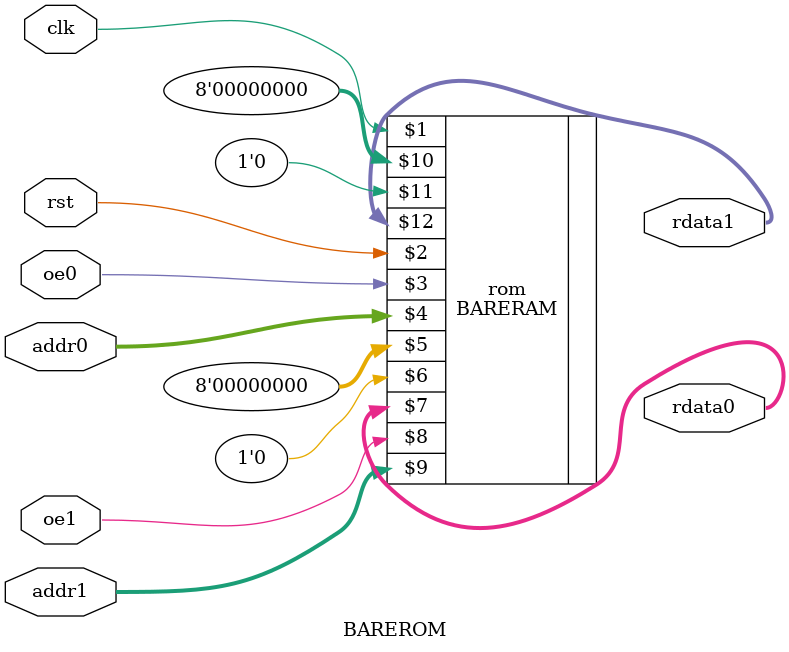
<source format=v>
`default_nettype none
`timescale 1ns/100ps
`include "UTIL.v"

module BAREROM #(
  parameter WIDTH = 8,
  parameter SCALE = 10  // 2**SCALE word is allocated
) (
  input   wire            clk,
  input   wire            rst,

  input   wire            oe0,
  input   wire[SCALE-1:0] addr0,
  output  wire[WIDTH-1:0] rdata0,

  input   wire            oe1,
  input   wire[SCALE-1:0] addr1,
  output  wire[WIDTH-1:0] rdata1
);
  BARERAM #(.WIDTH(WIDTH), .SCALE(SCALE)) rom (
    clk, rst,
    oe0, addr0, {WIDTH{1'b0}}, 1'h0, rdata0,
    oe1, addr1, {WIDTH{1'b0}}, 1'h0, rdata1
  );
endmodule

`default_nettype wire

</source>
